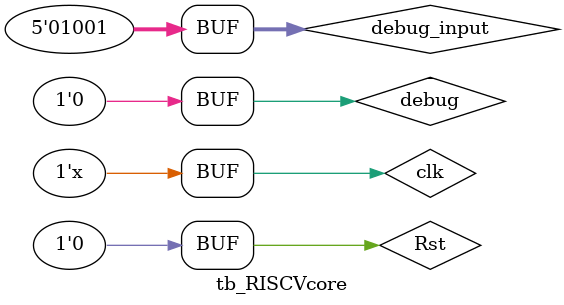
<source format=sv>
`timescale 1ns / 1ps


module tb_RISCVcore(

    );
    logic clk;
    logic Rst;
    logic debug;
    logic [4:0]debug_input;
    logic [31:0]debug_output;
//    logic [7:0]debug_IF_ID_pres_adr;
//    logic [31:0]debug_ins;
//    logic [31:0]dbg_imm;
//    logic [31:0]debug_ID_EX_imm;
//    logic [4:0]debug_ID_EX_rs1;
//    logic [4:0]debug_ID_EX_rs2;
//    logic [4:0]debug_ID_EX_rd;
//    logic [4:0]debug_EX_MEM_rd;
//    logic [4:0]debug_MEM_WB_rd;
//    logic [4:0]debug_WB_ID_rd;
//    logic [31:0]debug_ID_EX_dout_rs1;
//    logic [31:0]debug_ID_EX_dout_rs2;
//    logic [31:0]debug_EX_MEM_dout_rs2;
//    logic [31:0]dbg_ALUop1,dbg_ALUop2;
//    logic [31:0]debug_EX_MEM_alures;
//    logic [31:0]debug_MEM_WB_alures;
//    logic [31:0]debug_MEM_WB_memres;
//    logic [31:0]debug_WB_res;
//    logic [31:0]debug_WB_ID_res;
//    logic debug_branch_taken;
//    logic debug_hazard;
//    logic debug_ID_EX_compare;
//    logic dbg_IF_ID_jal;
//    logic dbg_IF_ID_jalr;
//    logic dbg_zero1;
//    logic dbg_zero2;
//    logic dbg_zero3;
//    logic dbg_zero4;
//    logic dbg_zeroa;
//    logic dbg_zerob;
//    logic dbg_IF_ID_branch;
//    logic debug_MEM_WB_regwrite;
//    logic debug_WB_ID_regwrite;
//    logic debug_ID_EX_sel2;
//    logic debug_ID_EX_sel1;
//    logic debug_ID_EX_sel0;
//    logic debug_ID_EX_addb;
//    logic debug_ID_EX_logicb;
//    logic debug_ID_EX_rightb;
//    logic debug_ID_EX_alusrc;
//    logic debug_ID_EX_memread;
//    logic debug_ID_EX_memwrite;
//    logic debug_ID_EX_regwrite;
//    logic debug_EX_MEM_comp_res;
    
    //wire [31:0]dbg_ALUop1,dbg_ALUop2;
   
   
    RISCVcore uut(
        .clk(clk),
        .Rst(Rst),
        .debug(debug),
        .debug_input(debug_input),
        .debug_output(debug_output)
//        .debug_ins(debug_ins),
//        .debug_IF_ID_pres_adr(debug_IF_ID_pres_adr),
//        .debug_ID_EX_imm(debug_ID_EX_imm),
//        .debug_ID_EX_rs1(debug_ID_EX_rs1),
//        .debug_ID_EX_rs2(debug_ID_EX_rs2),
//        .debug_ID_EX_rd(debug_ID_EX_rd),
//        .debug_ID_EX_dout_rs1(debug_ID_EX_dout_rs1),
//        .debug_ID_EX_dout_rs2(debug_ID_EX_dout_rs2),
//        .debug_EX_MEM_dout_rs2(debug_EX_MEM_dout_rs2),
//        .debug_EX_MEM_alures(debug_EX_MEM_alures),
//        .debug_MEM_WB_alures(debug_MEM_WB_alures),
//        .debug_MEM_WB_memres(debug_MEM_WB_memres),
//        .debug_WB_res(debug_WB_res),
//        .debug_WB_ID_res(debug_WB_ID_res),
//        .debug_MEM_WB_rd(debug_MEM_WB_rd),
//        .debug_EX_MEM_rd(debug_EX_MEM_rd),
//        .debug_WB_ID_rd(debug_WB_ID_rd),
//        .debug_branch_taken(debug_branch_taken),
//        .debug_ID_EX_compare(debug_ID_EX_compare),
//        .debug_hazard(debug_hazard),
//        .debug_MEM_WB_regwrite(debug_MEM_WB_regwrite),
//        .debug_WB_ID_regwrite(debug_WB_ID_regwrite),
//        .debug_ID_EX_alusel2(debug_ID_EX_sel2),
//        .debug_ID_EX_alusel1(debug_ID_EX_sel1),
//        .debug_ID_EX_alusel0(debug_ID_EX_sel0),
//        .debug_ID_EX_addb(debug_ID_EX_addb),
//        .debug_ID_EX_logicb(debug_ID_EX_logicb),
//        .debug_ID_EX_rightb(debug_ID_EX_rightb),
//        .debug_ID_EX_alusrc(debug_ID_EX_alusrc),
//        .debug_ID_EX_memread(debug_ID_EX_memread),
//        .debug_ID_EX_memwrite(debug_ID_EX_memwrite),
//        .debug_ID_EX_regwrite(debug_ID_EX_regwrite),
//        .debug_EX_MEM_comp_res(debug_EX_MEM_comp_res),
//        .dbg_ALUop1(dbg_ALUop1),
//        .dbg_ALUop2(dbg_ALUop2),
//        .dbg_zero1(dbg_zero1),
//        .dbg_zero2(dbg_zero2),
//        .dbg_zero3(dbg_zero3),
//        .dbg_zeroa(dbg_zeroa),
//        .dbg_zerob(dbg_zerob),
//        .dbg_imm(dbg_imm),
//        .dbg_zero4(dbg_zero4),
//        .dbg_IF_ID_jal(dbg_IF_ID_jal),
//        .dbg_IF_ID_jalr(dbg_IF_ID_jalr),
//        .dbg_IF_ID_branch(dbg_IF_ID_branch)
    );
    //clock generator
    always #5 clk=!clk;
    
    //stimuli
    initial begin
        clk=1'b0;
        Rst=1'b1;
        debug=1'b0;
        debug_input=5'b01001;
        #10
        Rst=1'b0;
        #3400
        debug=1'b1;
        #10
        debug=1'b0;
    end
    
    //check the results
//    initial begin
//        #26
//        if (uut.u3.alures==32'h0)
//            $display("success 1st instruction in alures");
//        else
//            $display("error in the 1st instruction in alures");
            
//        #10
      
//        $display("ALUop1 at time %0t: %h ",$time,uut.u3.ALUop1);
//        if (uut.u3.ALUop1==32'h0)
//            $display("success 2nd instruction ALUop1");
//        else
//            $display("error in the 2nd instruction in ALUop1");
            
//        if (uut.u3.ALUop2==32'h5)
//            $display("success 2nd instruction ALUop2");
//        else
//            $display("error in the 2nd instruction in ALUop2"); 
            
//        if (uut.u3.alures==32'h5)
//            $display("success 2nd instruction alures ");
//        else
//            $display("error in the 2nd instruction in alures");        

//        #10
//        if (uut.u3.ALUop1==32'h5)
//            $display("success 3rd instruction ALUop1");
//        else
//            $display("error in the 2nd instruction in ALUop1");
            
//        if (uut.u3.ALUop2==32'h5)
//            $display("success 3rd instruction ALUop2");
//        else
//            $display("error in the 2nd instruction in ALUop2"); 
            
//        if (uut.u3.alures==32'ha)
//            $display("success 3rd instruction alures ");
//        else
//            $display("error in the 3rd instruction in alures");        

//        #10
//        if (uut.u3.ALUop1==32'h5)
//            $display("success 4th instruction ALUop1");
//        else
//            $display("error in the 4th instruction in ALUop1");
            
//        if (uut.u3.ALUop2==32'h2)
//            $display("success 4th instruction ALUop2");
//        else
//            $display("error in the 4th instruction in ALUop2"); 
            
//        if (uut.u3.alures==32'h7)
//            $display("success 4th instruction alures ");
//        else
//            $display("error in the 4th instruction in alures");        

            
//        if (uut.u3.rs2_mod==32'ha)
//            $display("success 4th instruction alusec ");
//        else
//            $display("error in the 4th instruction in alusec");        

//        #10
//        if (uut.u3.ALUop1==32'h5)
//            $display("success 5th instruction ALUop1");
//        else
//            $display("error in the 5th instruction in ALUop1");
            
//        if (uut.u3.ALUop2==32'h2)
//            $display("success 5th instruction ALUop2");
//        else
//            $display("error in the 5th instruction in ALUop2"); 
            
//        if (uut.u3.alures==32'h7)
//            $display("success 5th instruction alures ");
//        else
//            $display("error in the 5th instruction in alures");       
            
  
//        $display("hazard at time %0t: %h ",$time,uut.u2.u1.hazard);
//        if (uut.u2.u1.hazard==1'b1)
//            $display("success 6th instruction data hazard");
//        else
//            $display("error in the 6th instruction data hazard");
                
          

//        #20
        
//            if (uut.u4.MEM_WB_memres==32'ha)
//                $display("success 5th instruction memory");
//            else
//                $display("error in the 5th instruction in memory"); 
//            if (uut.u3.ALUop1==32'ha)
//                $display("success 6th instruction ALUop1");
//            else
//                $display("error in the 6th instruction in ALUop1");
                
//            if (uut.u3.ALUop2==32'h6)
//                $display("success 6th instruction ALUop2");
//            else
//                $display("error in the 6th instruction in ALUop2"); 
                
//            if (uut.u3.alures==32'h10)
//                $display("success 6th instruction alures ");
//            else
//                $display("error in the 6th instruction in alures");       


//        #10
//        if (uut.u3.ALUop1==32'ha)
//            $display("success 7th instruction ALUop1");
//        else
//            $display("error in the 7th instruction in ALUop1");
            
//        if (uut.u3.ALUop2==32'ha)
//            $display("success 7th instruction ALUop2");
//        else
//            $display("error in the 7th instruction in ALUop2"); 
            
//        if (uut.u3.alures==32'h0)
//            $display("success 7th instruction alures ");
//        else
//            $display("error in the 7th instruction in alures");        
              
 

//        #10
//        if (uut.u3.ALUop1==32'ha)
//            $display("success 8th instruction ALUop1");
//        else
//            $display("error in the 8th instruction in ALUop1");
            
//        if (uut.u3.ALUop2==32'h0)
//            $display("success 8th instruction ALUop2");
//        else
//            $display("error in the 8th instruction in ALUop2"); 
            
//        if (uut.u3.alures==32'h0)
//            $display("success 8th instruction alures ");
//        else
//            $display("error in the 8th instruction in alures");        
                          
//    end        
             
 

            
        
    
endmodule

</source>
